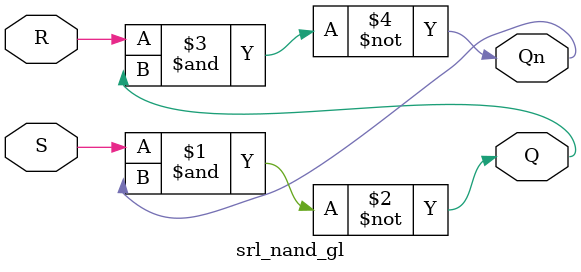
<source format=v>
`timescale 1ns / 1ps

module srl_nand_gl(
    input S, R,
    output Q, Qn
);

nand (Q, S, Qn);  // Q = ~(S & Qn)
nand (Qn, R, Q);  // Qn = ~(R & Q)

endmodule
</source>
